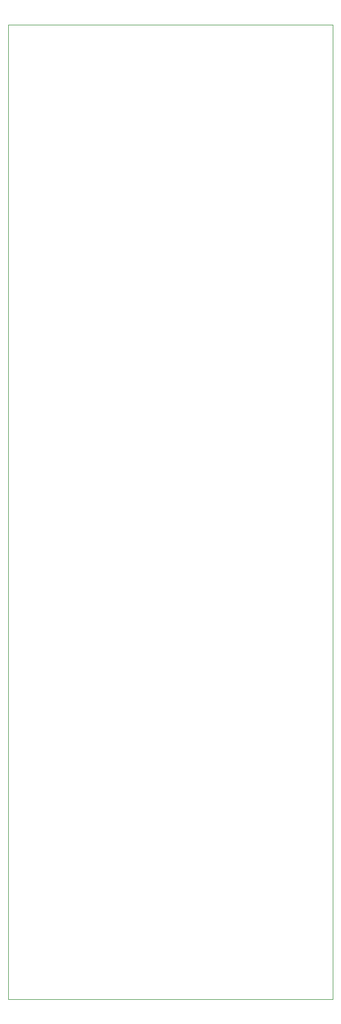
<source format=gbr>
%TF.GenerationSoftware,KiCad,Pcbnew,(5.1.9)-1*%
%TF.CreationDate,2021-07-02T20:28:59+01:00*%
%TF.ProjectId,MultMixer,4d756c74-4d69-4786-9572-2e6b69636164,rev?*%
%TF.SameCoordinates,Original*%
%TF.FileFunction,Profile,NP*%
%FSLAX46Y46*%
G04 Gerber Fmt 4.6, Leading zero omitted, Abs format (unit mm)*
G04 Created by KiCad (PCBNEW (5.1.9)-1) date 2021-07-02 20:28:59*
%MOMM*%
%LPD*%
G01*
G04 APERTURE LIST*
%TA.AperFunction,Profile*%
%ADD10C,0.050000*%
%TD*%
G04 APERTURE END LIST*
D10*
X167000000Y-215000000D02*
X167000000Y-65000000D01*
X217000000Y-215000000D02*
X167000000Y-215000000D01*
X217000000Y-65000000D02*
X217000000Y-215000000D01*
X167000000Y-65000000D02*
X217000000Y-65000000D01*
M02*

</source>
